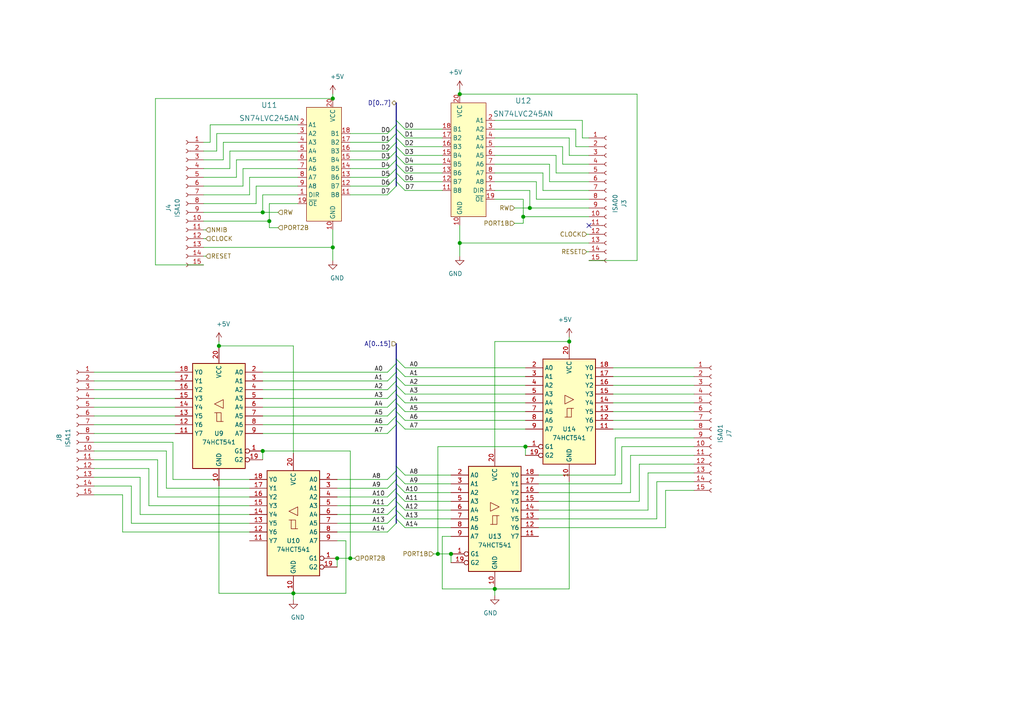
<source format=kicad_sch>
(kicad_sch (version 20201015) (generator eeschema)
  (page 1 4)
  (paper "A4")
  (lib_symbols
    (symbol "74xx:74HCT541"
      (property "Reference" "U" (at -7.62 16.51 0))
      (property "Value" "74HCT541" (at -7.62 -16.51 0))
      (symbol "74HCT541_1_1"
        (rectangle (start -7.62 15.24) (end 7.62 -15.24) (stroke (width 0.254)) (fill (type background)))
      )
      (symbol "74HCT541_1_0"
        (polyline (pts (xy -0.635 -1.6002) (xy -0.635 0.9398) (xy 0.635 0.9398)))
        (polyline (pts (xy -1.27 -1.6002) (xy 0.635 -1.6002) (xy 0.635 0.9398) (xy 1.27 0.9398)))
        (polyline (pts (xy 1.27 3.4798) (xy -1.27 4.7498) (xy -1.27 2.2098) (xy 1.27 3.4798)) (stroke (width 0.1524)))
        (pin input inverted (at -12.7 -10.16 0) (length 5.08) (name "G1") (number "1"))
        (pin power_in line (at 0 -20.32 90) (length 5.08) (name "GND") (number "10"))
        (pin tri_state line (at 12.7 -5.08 180) (length 5.08) (name "Y7") (number "11"))
        (pin tri_state line (at 12.7 -2.54 180) (length 5.08) (name "Y6") (number "12"))
        (pin tri_state line (at 12.7 0 180) (length 5.08) (name "Y5") (number "13"))
        (pin tri_state line (at 12.7 2.54 180) (length 5.08) (name "Y4") (number "14"))
        (pin tri_state line (at 12.7 5.08 180) (length 5.08) (name "Y3") (number "15"))
        (pin tri_state line (at 12.7 7.62 180) (length 5.08) (name "Y2") (number "16"))
        (pin tri_state line (at 12.7 10.16 180) (length 5.08) (name "Y1") (number "17"))
        (pin tri_state line (at 12.7 12.7 180) (length 5.08) (name "Y0") (number "18"))
        (pin input inverted (at -12.7 -12.7 0) (length 5.08) (name "G2") (number "19"))
        (pin input line (at -12.7 12.7 0) (length 5.08) (name "A0") (number "2"))
        (pin power_in line (at 0 20.32 270) (length 5.08) (name "VCC") (number "20"))
        (pin input line (at -12.7 10.16 0) (length 5.08) (name "A1") (number "3"))
        (pin input line (at -12.7 7.62 0) (length 5.08) (name "A2") (number "4"))
        (pin input line (at -12.7 5.08 0) (length 5.08) (name "A3") (number "5"))
        (pin input line (at -12.7 2.54 0) (length 5.08) (name "A4") (number "6"))
        (pin input line (at -12.7 0 0) (length 5.08) (name "A5") (number "7"))
        (pin input line (at -12.7 -2.54 0) (length 5.08) (name "A6") (number "8"))
        (pin input line (at -12.7 -5.08 0) (length 5.08) (name "A7") (number "9"))
      )
    )
    (symbol "Connector:Conn_01x15_Female" (pin_names hide)
      (property "Reference" "J" (at 0 20.32 0))
      (property "Value" "Conn_01x15_Female" (at 0 -20.32 0))
      (symbol "Conn_01x15_Female_1_1"
        (arc (start 0 -17.272) (end 0 -18.288) (radius (at 0 -17.78) (length 0.508) (angles 90.1 -90.1)) (stroke (width 0.1524)))
        (arc (start 0 -14.732) (end 0 -15.748) (radius (at 0 -15.24) (length 0.508) (angles 90.1 -90.1)) (stroke (width 0.1524)))
        (arc (start 0 -12.192) (end 0 -13.208) (radius (at 0 -12.7) (length 0.508) (angles 90.1 -90.1)) (stroke (width 0.1524)))
        (arc (start 0 -9.652) (end 0 -10.668) (radius (at 0 -10.16) (length 0.508) (angles 90.1 -90.1)) (stroke (width 0.1524)))
        (arc (start 0 -7.112) (end 0 -8.128) (radius (at 0 -7.62) (length 0.508) (angles 90.1 -90.1)) (stroke (width 0.1524)))
        (arc (start 0 -4.572) (end 0 -5.588) (radius (at 0 -5.08) (length 0.508) (angles 90.1 -90.1)) (stroke (width 0.1524)))
        (arc (start 0 -2.032) (end 0 -3.048) (radius (at 0 -2.54) (length 0.508) (angles 90.1 -90.1)) (stroke (width 0.1524)))
        (arc (start 0 0.508) (end 0 -0.508) (radius (at 0 0) (length 0.508) (angles 90.1 -90.1)) (stroke (width 0.1524)))
        (arc (start 0 3.048) (end 0 2.032) (radius (at 0 2.54) (length 0.508) (angles 90.1 -90.1)) (stroke (width 0.1524)))
        (arc (start 0 5.588) (end 0 4.572) (radius (at 0 5.08) (length 0.508) (angles 90.1 -90.1)) (stroke (width 0.1524)))
        (arc (start 0 8.128) (end 0 7.112) (radius (at 0 7.62) (length 0.508) (angles 90.1 -90.1)) (stroke (width 0.1524)))
        (arc (start 0 10.668) (end 0 9.652) (radius (at 0 10.16) (length 0.508) (angles 90.1 -90.1)) (stroke (width 0.1524)))
        (arc (start 0 13.208) (end 0 12.192) (radius (at 0 12.7) (length 0.508) (angles 90.1 -90.1)) (stroke (width 0.1524)))
        (arc (start 0 15.748) (end 0 14.732) (radius (at 0 15.24) (length 0.508) (angles 90.1 -90.1)) (stroke (width 0.1524)))
        (arc (start 0 18.288) (end 0 17.272) (radius (at 0 17.78) (length 0.508) (angles 90.1 -90.1)) (stroke (width 0.1524)))
        (polyline (pts (xy -1.27 -17.78) (xy -0.508 -17.78)) (stroke (width 0.1524)))
        (polyline (pts (xy -1.27 -15.24) (xy -0.508 -15.24)) (stroke (width 0.1524)))
        (polyline (pts (xy -1.27 -12.7) (xy -0.508 -12.7)) (stroke (width 0.1524)))
        (polyline (pts (xy -1.27 -10.16) (xy -0.508 -10.16)) (stroke (width 0.1524)))
        (polyline (pts (xy -1.27 -7.62) (xy -0.508 -7.62)) (stroke (width 0.1524)))
        (polyline (pts (xy -1.27 -5.08) (xy -0.508 -5.08)) (stroke (width 0.1524)))
        (polyline (pts (xy -1.27 -2.54) (xy -0.508 -2.54)) (stroke (width 0.1524)))
        (polyline (pts (xy -1.27 0) (xy -0.508 0)) (stroke (width 0.1524)))
        (polyline (pts (xy -1.27 2.54) (xy -0.508 2.54)) (stroke (width 0.1524)))
        (polyline (pts (xy -1.27 5.08) (xy -0.508 5.08)) (stroke (width 0.1524)))
        (polyline (pts (xy -1.27 7.62) (xy -0.508 7.62)) (stroke (width 0.1524)))
        (polyline (pts (xy -1.27 10.16) (xy -0.508 10.16)) (stroke (width 0.1524)))
        (polyline (pts (xy -1.27 12.7) (xy -0.508 12.7)) (stroke (width 0.1524)))
        (polyline (pts (xy -1.27 15.24) (xy -0.508 15.24)) (stroke (width 0.1524)))
        (polyline (pts (xy -1.27 17.78) (xy -0.508 17.78)) (stroke (width 0.1524)))
        (pin passive line (at -5.08 17.78 0) (length 3.81) (name "Pin_1") (number "1"))
        (pin passive line (at -5.08 -5.08 0) (length 3.81) (name "Pin_10") (number "10"))
        (pin passive line (at -5.08 -7.62 0) (length 3.81) (name "Pin_11") (number "11"))
        (pin passive line (at -5.08 -10.16 0) (length 3.81) (name "Pin_12") (number "12"))
        (pin passive line (at -5.08 -12.7 0) (length 3.81) (name "Pin_13") (number "13"))
        (pin passive line (at -5.08 -15.24 0) (length 3.81) (name "Pin_14") (number "14"))
        (pin passive line (at -5.08 -17.78 0) (length 3.81) (name "Pin_15") (number "15"))
        (pin passive line (at -5.08 15.24 0) (length 3.81) (name "Pin_2") (number "2"))
        (pin passive line (at -5.08 12.7 0) (length 3.81) (name "Pin_3") (number "3"))
        (pin passive line (at -5.08 10.16 0) (length 3.81) (name "Pin_4") (number "4"))
        (pin passive line (at -5.08 7.62 0) (length 3.81) (name "Pin_5") (number "5"))
        (pin passive line (at -5.08 5.08 0) (length 3.81) (name "Pin_6") (number "6"))
        (pin passive line (at -5.08 2.54 0) (length 3.81) (name "Pin_7") (number "7"))
        (pin passive line (at -5.08 0 0) (length 3.81) (name "Pin_8") (number "8"))
        (pin passive line (at -5.08 -2.54 0) (length 3.81) (name "Pin_9") (number "9"))
      )
    )
    (symbol "dk_Logic-Buffers-Drivers-Receivers-Transceivers:SN74LVC245AN"
      (property "Reference" "U" (at -6.35 6.35 0))
      (property "Value" "SN74LVC245AN" (at -2.54 -10.16 90))
      (symbol "SN74LVC245AN_0_1"
        (rectangle (start -7.62 5.08) (end 2.54 -27.94) (fill (type background)))
      )
      (symbol "SN74LVC245AN_1_1"
        (pin input line (at -10.16 -20.32 0) (length 2.54) (name "DIR") (number "1"))
        (pin bidirectional line (at -10.16 0 0) (length 2.54) (name "A1") (number "2"))
        (pin bidirectional line (at -10.16 -2.54 0) (length 2.54) (name "A2") (number "3"))
        (pin bidirectional line (at -10.16 -5.08 0) (length 2.54) (name "A3") (number "4"))
        (pin bidirectional line (at -10.16 -7.62 0) (length 2.54) (name "A4") (number "5"))
        (pin bidirectional line (at -10.16 -10.16 0) (length 2.54) (name "A5") (number "6"))
        (pin bidirectional line (at -10.16 -12.7 0) (length 2.54) (name "A6") (number "7"))
        (pin bidirectional line (at -10.16 -15.24 0) (length 2.54) (name "A7") (number "8"))
        (pin bidirectional line (at -10.16 -17.78 0) (length 2.54) (name "A8") (number "9"))
        (pin power_in line (at 0 -30.48 90) (length 2.54) (name "GND") (number "10"))
        (pin power_in line (at 0 7.62 270) (length 2.54) (name "VCC") (number "20"))
        (pin bidirectional line (at 5.08 -20.32 180) (length 2.54) (name "B8") (number "11"))
        (pin bidirectional line (at 5.08 -17.78 180) (length 2.54) (name "B7") (number "12"))
        (pin bidirectional line (at 5.08 -15.24 180) (length 2.54) (name "B6") (number "13"))
        (pin bidirectional line (at 5.08 -12.7 180) (length 2.54) (name "B5") (number "14"))
        (pin bidirectional line (at 5.08 -10.16 180) (length 2.54) (name "B4") (number "15"))
        (pin bidirectional line (at 5.08 -7.62 180) (length 2.54) (name "B3") (number "16"))
        (pin bidirectional line (at 5.08 -5.08 180) (length 2.54) (name "B2") (number "17"))
        (pin bidirectional line (at 5.08 -2.54 180) (length 2.54) (name "B1") (number "18"))
        (pin input line (at -10.16 -22.86 0) (length 2.54) (name "~OE") (number "19"))
      )
    )
    (symbol "power:+5V" (power) (pin_names (offset 0))
      (property "Value" "+5V" (at 0 3.556 0))
      (symbol "+5V_0_1"
        (polyline (pts (xy -0.762 1.27) (xy 0 2.54)))
        (polyline (pts (xy 0 0) (xy 0 2.54)))
        (polyline (pts (xy 0 2.54) (xy 0.762 1.27)))
      )
      (symbol "+5V_1_1"
        (pin power_in line (at 0 0 90) (length 0) hide (name "+5V") (number "1"))
      )
    )
    (symbol "power:GND" (power) (pin_names (offset 0))
      (property "Value" "GND" (at 0 -3.81 0))
      (symbol "GND_0_1"
        (polyline (pts (xy 0 0) (xy 0 -1.27) (xy 1.27 -1.27) (xy 0 -2.54) (xy -1.27 -1.27) (xy 0 -1.27)))
      )
      (symbol "GND_1_1"
        (pin power_in line (at 0 0 270) (length 0) hide (name "GND") (number "1"))
      )
    )
  )
  (junction (at 63.5 100.33) (diameter 1.016))
  (junction (at 76.2 61.595) (diameter 1.016))
  (junction (at 76.2 130.81) (diameter 1.016))
  (junction (at 78.105 64.135) (diameter 1.016))
  (junction (at 85.09 172.085) (diameter 1.016))
  (junction (at 96.52 28.575) (diameter 1.016))
  (junction (at 96.52 71.755) (diameter 1.016))
  (junction (at 97.79 161.925) (diameter 1.016))
  (junction (at 101.6 161.925) (diameter 1.016))
  (junction (at 127 160.655) (diameter 1.016))
  (junction (at 130.81 160.655) (diameter 1.016))
  (junction (at 133.35 27.305) (diameter 1.016))
  (junction (at 133.35 70.485) (diameter 1.016))
  (junction (at 143.51 170.815) (diameter 1.016))
  (junction (at 151.765 62.865) (diameter 1.016))
  (junction (at 152.4 129.54) (diameter 1.016))
  (junction (at 153.67 60.325) (diameter 1.016))
  (junction (at 165.1 99.06) (diameter 1.016))
  (no_connect (at 170.815 65.405))
  (bus_entry (at 114.935 34.925) (size 2.54 2.54) (stroke (width 0.1524)))
  (bus_entry (at 114.935 36.195) (size -2.54 2.54) (stroke (width 0.1524)))
  (bus_entry (at 114.935 37.465) (size 2.54 2.54) (stroke (width 0.1524)))
  (bus_entry (at 114.935 38.735) (size -2.54 2.54) (stroke (width 0.1524)))
  (bus_entry (at 114.935 40.005) (size 2.54 2.54) (stroke (width 0.1524)))
  (bus_entry (at 114.935 41.275) (size -2.54 2.54) (stroke (width 0.1524)))
  (bus_entry (at 114.935 42.545) (size 2.54 2.54) (stroke (width 0.1524)))
  (bus_entry (at 114.935 43.815) (size -2.54 2.54) (stroke (width 0.1524)))
  (bus_entry (at 114.935 45.085) (size 2.54 2.54) (stroke (width 0.1524)))
  (bus_entry (at 114.935 46.355) (size -2.54 2.54) (stroke (width 0.1524)))
  (bus_entry (at 114.935 47.625) (size 2.54 2.54) (stroke (width 0.1524)))
  (bus_entry (at 114.935 48.895) (size -2.54 2.54) (stroke (width 0.1524)))
  (bus_entry (at 114.935 50.165) (size 2.54 2.54) (stroke (width 0.1524)))
  (bus_entry (at 114.935 51.435) (size -2.54 2.54) (stroke (width 0.1524)))
  (bus_entry (at 114.935 52.705) (size 2.54 2.54) (stroke (width 0.1524)))
  (bus_entry (at 114.935 53.975) (size -2.54 2.54) (stroke (width 0.1524)))
  (bus_entry (at 114.935 104.14) (size 2.54 2.54) (stroke (width 0.1524)))
  (bus_entry (at 114.935 105.41) (size -2.54 2.54) (stroke (width 0.1524)))
  (bus_entry (at 114.935 106.68) (size 2.54 2.54) (stroke (width 0.1524)))
  (bus_entry (at 114.935 107.95) (size -2.54 2.54) (stroke (width 0.1524)))
  (bus_entry (at 114.935 109.22) (size 2.54 2.54) (stroke (width 0.1524)))
  (bus_entry (at 114.935 110.49) (size -2.54 2.54) (stroke (width 0.1524)))
  (bus_entry (at 114.935 111.76) (size 2.54 2.54) (stroke (width 0.1524)))
  (bus_entry (at 114.935 113.03) (size -2.54 2.54) (stroke (width 0.1524)))
  (bus_entry (at 114.935 114.3) (size 2.54 2.54) (stroke (width 0.1524)))
  (bus_entry (at 114.935 115.57) (size -2.54 2.54) (stroke (width 0.1524)))
  (bus_entry (at 114.935 116.84) (size 2.54 2.54) (stroke (width 0.1524)))
  (bus_entry (at 114.935 118.11) (size -2.54 2.54) (stroke (width 0.1524)))
  (bus_entry (at 114.935 119.38) (size 2.54 2.54) (stroke (width 0.1524)))
  (bus_entry (at 114.935 120.65) (size -2.54 2.54) (stroke (width 0.1524)))
  (bus_entry (at 114.935 121.92) (size 2.54 2.54) (stroke (width 0.1524)))
  (bus_entry (at 114.935 123.19) (size -2.54 2.54) (stroke (width 0.1524)))
  (bus_entry (at 114.935 135.255) (size 2.54 2.54) (stroke (width 0.1524)))
  (bus_entry (at 114.935 136.525) (size -2.54 2.54) (stroke (width 0.1524)))
  (bus_entry (at 114.935 137.795) (size 2.54 2.54) (stroke (width 0.1524)))
  (bus_entry (at 114.935 139.065) (size -2.54 2.54) (stroke (width 0.1524)))
  (bus_entry (at 114.935 140.335) (size 2.54 2.54) (stroke (width 0.1524)))
  (bus_entry (at 114.935 141.605) (size -2.54 2.54) (stroke (width 0.1524)))
  (bus_entry (at 114.935 142.875) (size 2.54 2.54) (stroke (width 0.1524)))
  (bus_entry (at 114.935 144.145) (size -2.54 2.54) (stroke (width 0.1524)))
  (bus_entry (at 114.935 145.415) (size 2.54 2.54) (stroke (width 0.1524)))
  (bus_entry (at 114.935 146.685) (size -2.54 2.54) (stroke (width 0.1524)))
  (bus_entry (at 114.935 147.955) (size 2.54 2.54) (stroke (width 0.1524)))
  (bus_entry (at 114.935 149.225) (size -2.54 2.54) (stroke (width 0.1524)))
  (bus_entry (at 114.935 150.495) (size 2.54 2.54) (stroke (width 0.1524)))
  (bus_entry (at 114.935 151.765) (size -2.54 2.54) (stroke (width 0.1524)))
  (wire (pts (xy 27.305 118.11) (xy 50.8 118.11)))
  (wire (pts (xy 27.305 120.65) (xy 50.8 120.65)))
  (wire (pts (xy 27.305 125.73) (xy 50.8 125.73)))
  (wire (pts (xy 27.305 128.27) (xy 50.165 128.27)))
  (wire (pts (xy 27.305 130.81) (xy 48.26 130.81)))
  (wire (pts (xy 27.305 133.35) (xy 45.72 133.35)))
  (wire (pts (xy 27.305 135.89) (xy 43.18 135.89)))
  (wire (pts (xy 27.305 138.43) (xy 40.64 138.43)))
  (wire (pts (xy 27.305 140.97) (xy 38.1 140.97)))
  (wire (pts (xy 27.305 143.51) (xy 35.56 143.51)))
  (wire (pts (xy 35.56 154.305) (xy 35.56 143.51)))
  (wire (pts (xy 38.1 151.765) (xy 38.1 140.97)))
  (wire (pts (xy 40.64 149.225) (xy 40.64 138.43)))
  (wire (pts (xy 40.64 149.225) (xy 72.39 149.225)))
  (wire (pts (xy 43.18 146.685) (xy 43.18 135.89)))
  (wire (pts (xy 45.085 28.575) (xy 45.085 76.835)))
  (wire (pts (xy 45.085 76.835) (xy 59.055 76.835)))
  (wire (pts (xy 45.72 144.145) (xy 45.72 133.35)))
  (wire (pts (xy 48.26 141.605) (xy 48.26 130.81)))
  (wire (pts (xy 50.165 139.065) (xy 50.165 128.27)))
  (wire (pts (xy 50.8 107.95) (xy 27.305 107.95)))
  (wire (pts (xy 50.8 110.49) (xy 27.305 110.49)))
  (wire (pts (xy 50.8 113.03) (xy 27.305 113.03)))
  (wire (pts (xy 50.8 115.57) (xy 27.305 115.57)))
  (wire (pts (xy 50.8 123.19) (xy 27.305 123.19)))
  (wire (pts (xy 59.055 41.275) (xy 60.96 41.275)))
  (wire (pts (xy 59.055 43.815) (xy 62.865 43.815)))
  (wire (pts (xy 59.055 46.355) (xy 64.77 46.355)))
  (wire (pts (xy 59.055 48.895) (xy 66.675 48.895)))
  (wire (pts (xy 59.055 56.515) (xy 72.39 56.515)))
  (wire (pts (xy 59.055 59.055) (xy 74.295 59.055)))
  (wire (pts (xy 59.055 61.595) (xy 76.2 61.595)))
  (wire (pts (xy 59.055 64.135) (xy 78.105 64.135)))
  (wire (pts (xy 59.055 66.675) (xy 59.69 66.675)))
  (wire (pts (xy 59.055 69.215) (xy 59.69 69.215)))
  (wire (pts (xy 59.055 71.755) (xy 96.52 71.755)))
  (wire (pts (xy 59.055 74.295) (xy 59.69 74.295)))
  (wire (pts (xy 60.96 36.195) (xy 86.36 36.195)))
  (wire (pts (xy 60.96 41.275) (xy 60.96 36.195)))
  (wire (pts (xy 62.865 38.735) (xy 86.36 38.735)))
  (wire (pts (xy 62.865 43.815) (xy 62.865 38.735)))
  (wire (pts (xy 63.5 99.06) (xy 63.5 100.33)))
  (wire (pts (xy 63.5 100.33) (xy 85.09 100.33)))
  (wire (pts (xy 63.5 140.97) (xy 63.5 172.085)))
  (wire (pts (xy 64.77 41.275) (xy 86.36 41.275)))
  (wire (pts (xy 64.77 46.355) (xy 64.77 41.275)))
  (wire (pts (xy 66.675 43.815) (xy 86.36 43.815)))
  (wire (pts (xy 66.675 48.895) (xy 66.675 43.815)))
  (wire (pts (xy 68.58 46.355) (xy 68.58 51.435)))
  (wire (pts (xy 68.58 51.435) (xy 59.055 51.435)))
  (wire (pts (xy 70.485 48.895) (xy 70.485 53.975)))
  (wire (pts (xy 70.485 53.975) (xy 59.055 53.975)))
  (wire (pts (xy 72.39 51.435) (xy 86.36 51.435)))
  (wire (pts (xy 72.39 56.515) (xy 72.39 51.435)))
  (wire (pts (xy 72.39 139.065) (xy 50.165 139.065)))
  (wire (pts (xy 72.39 141.605) (xy 48.26 141.605)))
  (wire (pts (xy 72.39 144.145) (xy 45.72 144.145)))
  (wire (pts (xy 72.39 146.685) (xy 43.18 146.685)))
  (wire (pts (xy 72.39 151.765) (xy 38.1 151.765)))
  (wire (pts (xy 72.39 154.305) (xy 35.56 154.305)))
  (wire (pts (xy 74.295 53.975) (xy 86.36 53.975)))
  (wire (pts (xy 74.295 59.055) (xy 74.295 53.975)))
  (wire (pts (xy 76.2 56.515) (xy 86.36 56.515)))
  (wire (pts (xy 76.2 61.595) (xy 76.2 56.515)))
  (wire (pts (xy 76.2 61.595) (xy 80.645 61.595)))
  (wire (pts (xy 76.2 107.95) (xy 112.395 107.95)))
  (wire (pts (xy 76.2 110.49) (xy 112.395 110.49)))
  (wire (pts (xy 76.2 113.03) (xy 112.395 113.03)))
  (wire (pts (xy 76.2 115.57) (xy 112.395 115.57)))
  (wire (pts (xy 76.2 118.11) (xy 112.395 118.11)))
  (wire (pts (xy 76.2 120.65) (xy 112.395 120.65)))
  (wire (pts (xy 76.2 123.19) (xy 112.395 123.19)))
  (wire (pts (xy 76.2 125.73) (xy 112.395 125.73)))
  (wire (pts (xy 76.2 130.81) (xy 76.2 133.35)))
  (wire (pts (xy 76.2 130.81) (xy 101.6 130.81)))
  (wire (pts (xy 78.105 59.055) (xy 86.36 59.055)))
  (wire (pts (xy 78.105 64.135) (xy 78.105 59.055)))
  (wire (pts (xy 78.105 66.04) (xy 78.105 64.135)))
  (wire (pts (xy 80.645 66.04) (xy 78.105 66.04)))
  (wire (pts (xy 85.09 100.33) (xy 85.09 131.445)))
  (wire (pts (xy 85.09 172.085) (xy 63.5 172.085)))
  (wire (pts (xy 85.09 172.085) (xy 85.09 173.99)))
  (wire (pts (xy 86.36 46.355) (xy 68.58 46.355)))
  (wire (pts (xy 86.36 48.895) (xy 70.485 48.895)))
  (wire (pts (xy 96.52 27.305) (xy 96.52 28.575)))
  (wire (pts (xy 96.52 28.575) (xy 45.085 28.575)))
  (wire (pts (xy 96.52 66.675) (xy 96.52 71.755)))
  (wire (pts (xy 96.52 71.755) (xy 96.52 75.565)))
  (wire (pts (xy 97.79 139.065) (xy 112.395 139.065)))
  (wire (pts (xy 97.79 141.605) (xy 112.395 141.605)))
  (wire (pts (xy 97.79 144.145) (xy 112.395 144.145)))
  (wire (pts (xy 97.79 146.685) (xy 112.395 146.685)))
  (wire (pts (xy 97.79 149.225) (xy 112.395 149.225)))
  (wire (pts (xy 97.79 151.765) (xy 112.395 151.765)))
  (wire (pts (xy 97.79 154.305) (xy 112.395 154.305)))
  (wire (pts (xy 97.79 156.845) (xy 100.33 156.845)))
  (wire (pts (xy 97.79 161.925) (xy 97.79 164.465)))
  (wire (pts (xy 100.33 156.845) (xy 100.33 172.085)))
  (wire (pts (xy 100.33 172.085) (xy 85.09 172.085)))
  (wire (pts (xy 101.6 38.735) (xy 112.395 38.735)))
  (wire (pts (xy 101.6 41.275) (xy 112.395 41.275)))
  (wire (pts (xy 101.6 43.815) (xy 112.395 43.815)))
  (wire (pts (xy 101.6 46.355) (xy 112.395 46.355)))
  (wire (pts (xy 101.6 48.895) (xy 112.395 48.895)))
  (wire (pts (xy 101.6 51.435) (xy 112.395 51.435)))
  (wire (pts (xy 101.6 53.975) (xy 112.395 53.975)))
  (wire (pts (xy 101.6 56.515) (xy 112.395 56.515)))
  (wire (pts (xy 101.6 130.81) (xy 101.6 161.925)))
  (wire (pts (xy 101.6 161.925) (xy 97.79 161.925)))
  (wire (pts (xy 101.6 161.925) (xy 102.87 161.925)))
  (wire (pts (xy 117.475 106.68) (xy 152.4 106.68)))
  (wire (pts (xy 117.475 109.22) (xy 152.4 109.22)))
  (wire (pts (xy 117.475 111.76) (xy 152.4 111.76)))
  (wire (pts (xy 117.475 114.3) (xy 152.4 114.3)))
  (wire (pts (xy 117.475 116.84) (xy 152.4 116.84)))
  (wire (pts (xy 117.475 119.38) (xy 152.4 119.38)))
  (wire (pts (xy 117.475 121.92) (xy 152.4 121.92)))
  (wire (pts (xy 117.475 124.46) (xy 152.4 124.46)))
  (wire (pts (xy 117.475 137.795) (xy 130.81 137.795)))
  (wire (pts (xy 117.475 140.335) (xy 130.81 140.335)))
  (wire (pts (xy 117.475 142.875) (xy 130.81 142.875)))
  (wire (pts (xy 117.475 145.415) (xy 130.81 145.415)))
  (wire (pts (xy 117.475 147.955) (xy 130.81 147.955)))
  (wire (pts (xy 117.475 150.495) (xy 130.81 150.495)))
  (wire (pts (xy 117.475 153.035) (xy 130.81 153.035)))
  (wire (pts (xy 127 129.54) (xy 127 160.655)))
  (wire (pts (xy 127 160.655) (xy 125.73 160.655)))
  (wire (pts (xy 127 160.655) (xy 130.81 160.655)))
  (wire (pts (xy 128.27 37.465) (xy 117.475 37.465)))
  (wire (pts (xy 128.27 40.005) (xy 117.475 40.005)))
  (wire (pts (xy 128.27 42.545) (xy 117.475 42.545)))
  (wire (pts (xy 128.27 45.085) (xy 117.475 45.085)))
  (wire (pts (xy 128.27 47.625) (xy 117.475 47.625)))
  (wire (pts (xy 128.27 50.165) (xy 117.475 50.165)))
  (wire (pts (xy 128.27 52.705) (xy 117.475 52.705)))
  (wire (pts (xy 128.27 55.245) (xy 117.475 55.245)))
  (wire (pts (xy 128.27 155.575) (xy 128.27 170.815)))
  (wire (pts (xy 128.27 170.815) (xy 143.51 170.815)))
  (wire (pts (xy 130.81 155.575) (xy 128.27 155.575)))
  (wire (pts (xy 130.81 160.655) (xy 130.81 163.195)))
  (wire (pts (xy 133.35 26.035) (xy 133.35 27.305)))
  (wire (pts (xy 133.35 27.305) (xy 184.785 27.305)))
  (wire (pts (xy 133.35 65.405) (xy 133.35 70.485)))
  (wire (pts (xy 133.35 70.485) (xy 133.35 74.295)))
  (wire (pts (xy 143.51 45.085) (xy 161.29 45.085)))
  (wire (pts (xy 143.51 47.625) (xy 159.385 47.625)))
  (wire (pts (xy 143.51 99.06) (xy 143.51 130.175)))
  (wire (pts (xy 143.51 170.815) (xy 143.51 172.72)))
  (wire (pts (xy 143.51 170.815) (xy 165.1 170.815)))
  (wire (pts (xy 149.225 64.77) (xy 151.765 64.77)))
  (wire (pts (xy 151.765 57.785) (xy 143.51 57.785)))
  (wire (pts (xy 151.765 62.865) (xy 151.765 57.785)))
  (wire (pts (xy 151.765 64.77) (xy 151.765 62.865)))
  (wire (pts (xy 152.4 129.54) (xy 127 129.54)))
  (wire (pts (xy 152.4 129.54) (xy 152.4 132.08)))
  (wire (pts (xy 153.67 55.245) (xy 143.51 55.245)))
  (wire (pts (xy 153.67 60.325) (xy 149.225 60.325)))
  (wire (pts (xy 153.67 60.325) (xy 153.67 55.245)))
  (wire (pts (xy 155.575 52.705) (xy 143.51 52.705)))
  (wire (pts (xy 155.575 57.785) (xy 155.575 52.705)))
  (wire (pts (xy 156.21 137.795) (xy 178.435 137.795)))
  (wire (pts (xy 156.21 140.335) (xy 180.34 140.335)))
  (wire (pts (xy 156.21 142.875) (xy 182.88 142.875)))
  (wire (pts (xy 156.21 145.415) (xy 185.42 145.415)))
  (wire (pts (xy 156.21 150.495) (xy 190.5 150.495)))
  (wire (pts (xy 156.21 153.035) (xy 193.04 153.035)))
  (wire (pts (xy 157.48 50.165) (xy 143.51 50.165)))
  (wire (pts (xy 157.48 55.245) (xy 157.48 50.165)))
  (wire (pts (xy 159.385 47.625) (xy 159.385 52.705)))
  (wire (pts (xy 159.385 52.705) (xy 170.815 52.705)))
  (wire (pts (xy 161.29 45.085) (xy 161.29 50.165)))
  (wire (pts (xy 161.29 50.165) (xy 170.815 50.165)))
  (wire (pts (xy 163.195 42.545) (xy 143.51 42.545)))
  (wire (pts (xy 163.195 47.625) (xy 163.195 42.545)))
  (wire (pts (xy 165.1 40.005) (xy 143.51 40.005)))
  (wire (pts (xy 165.1 45.085) (xy 165.1 40.005)))
  (wire (pts (xy 165.1 97.79) (xy 165.1 99.06)))
  (wire (pts (xy 165.1 99.06) (xy 143.51 99.06)))
  (wire (pts (xy 165.1 139.7) (xy 165.1 170.815)))
  (wire (pts (xy 167.005 37.465) (xy 143.51 37.465)))
  (wire (pts (xy 167.005 42.545) (xy 167.005 37.465)))
  (wire (pts (xy 168.91 34.925) (xy 143.51 34.925)))
  (wire (pts (xy 168.91 40.005) (xy 168.91 34.925)))
  (wire (pts (xy 170.815 40.005) (xy 168.91 40.005)))
  (wire (pts (xy 170.815 42.545) (xy 167.005 42.545)))
  (wire (pts (xy 170.815 45.085) (xy 165.1 45.085)))
  (wire (pts (xy 170.815 47.625) (xy 163.195 47.625)))
  (wire (pts (xy 170.815 55.245) (xy 157.48 55.245)))
  (wire (pts (xy 170.815 57.785) (xy 155.575 57.785)))
  (wire (pts (xy 170.815 60.325) (xy 153.67 60.325)))
  (wire (pts (xy 170.815 62.865) (xy 151.765 62.865)))
  (wire (pts (xy 170.815 67.945) (xy 170.18 67.945)))
  (wire (pts (xy 170.815 70.485) (xy 133.35 70.485)))
  (wire (pts (xy 170.815 73.025) (xy 170.18 73.025)))
  (wire (pts (xy 177.8 106.68) (xy 201.295 106.68)))
  (wire (pts (xy 177.8 109.22) (xy 201.295 109.22)))
  (wire (pts (xy 177.8 111.76) (xy 201.295 111.76)))
  (wire (pts (xy 177.8 114.3) (xy 201.295 114.3)))
  (wire (pts (xy 177.8 116.84) (xy 201.295 116.84)))
  (wire (pts (xy 177.8 119.38) (xy 201.295 119.38)))
  (wire (pts (xy 177.8 121.92) (xy 201.295 121.92)))
  (wire (pts (xy 177.8 124.46) (xy 201.295 124.46)))
  (wire (pts (xy 178.435 127) (xy 201.295 127)))
  (wire (pts (xy 178.435 137.795) (xy 178.435 127)))
  (wire (pts (xy 180.34 129.54) (xy 201.295 129.54)))
  (wire (pts (xy 180.34 140.335) (xy 180.34 129.54)))
  (wire (pts (xy 182.88 132.08) (xy 201.295 132.08)))
  (wire (pts (xy 182.88 142.875) (xy 182.88 132.08)))
  (wire (pts (xy 184.785 27.305) (xy 184.785 75.565)))
  (wire (pts (xy 184.785 75.565) (xy 170.815 75.565)))
  (wire (pts (xy 185.42 134.62) (xy 201.295 134.62)))
  (wire (pts (xy 185.42 145.415) (xy 185.42 134.62)))
  (wire (pts (xy 187.96 137.16) (xy 201.295 137.16)))
  (wire (pts (xy 187.96 147.955) (xy 156.21 147.955)))
  (wire (pts (xy 187.96 147.955) (xy 187.96 137.16)))
  (wire (pts (xy 190.5 139.7) (xy 201.295 139.7)))
  (wire (pts (xy 190.5 150.495) (xy 190.5 139.7)))
  (wire (pts (xy 193.04 142.24) (xy 201.295 142.24)))
  (wire (pts (xy 193.04 153.035) (xy 193.04 142.24)))
  (bus (pts (xy 114.935 29.845) (xy 114.935 34.925)))
  (bus (pts (xy 114.935 34.925) (xy 114.935 36.195)))
  (bus (pts (xy 114.935 36.195) (xy 114.935 37.465)))
  (bus (pts (xy 114.935 37.465) (xy 114.935 38.735)))
  (bus (pts (xy 114.935 38.735) (xy 114.935 40.005)))
  (bus (pts (xy 114.935 40.005) (xy 114.935 41.275)))
  (bus (pts (xy 114.935 41.275) (xy 114.935 42.545)))
  (bus (pts (xy 114.935 42.545) (xy 114.935 43.815)))
  (bus (pts (xy 114.935 43.815) (xy 114.935 45.085)))
  (bus (pts (xy 114.935 45.085) (xy 114.935 46.355)))
  (bus (pts (xy 114.935 46.355) (xy 114.935 47.625)))
  (bus (pts (xy 114.935 47.625) (xy 114.935 48.895)))
  (bus (pts (xy 114.935 48.895) (xy 114.935 50.165)))
  (bus (pts (xy 114.935 50.165) (xy 114.935 51.435)))
  (bus (pts (xy 114.935 51.435) (xy 114.935 52.705)))
  (bus (pts (xy 114.935 52.705) (xy 114.935 53.975)))
  (bus (pts (xy 114.935 99.695) (xy 114.935 104.14)))
  (bus (pts (xy 114.935 104.14) (xy 114.935 105.41)))
  (bus (pts (xy 114.935 105.41) (xy 114.935 106.68)))
  (bus (pts (xy 114.935 106.68) (xy 114.935 107.95)))
  (bus (pts (xy 114.935 107.95) (xy 114.935 109.22)))
  (bus (pts (xy 114.935 109.22) (xy 114.935 110.49)))
  (bus (pts (xy 114.935 110.49) (xy 114.935 111.76)))
  (bus (pts (xy 114.935 111.76) (xy 114.935 113.03)))
  (bus (pts (xy 114.935 113.03) (xy 114.935 114.3)))
  (bus (pts (xy 114.935 114.3) (xy 114.935 115.57)))
  (bus (pts (xy 114.935 115.57) (xy 114.935 116.84)))
  (bus (pts (xy 114.935 116.84) (xy 114.935 118.11)))
  (bus (pts (xy 114.935 118.11) (xy 114.935 119.38)))
  (bus (pts (xy 114.935 119.38) (xy 114.935 120.65)))
  (bus (pts (xy 114.935 120.65) (xy 114.935 121.92)))
  (bus (pts (xy 114.935 121.92) (xy 114.935 123.19)))
  (bus (pts (xy 114.935 123.19) (xy 114.935 135.255)))
  (bus (pts (xy 114.935 135.255) (xy 114.935 136.525)))
  (bus (pts (xy 114.935 136.525) (xy 114.935 137.795)))
  (bus (pts (xy 114.935 137.795) (xy 114.935 139.065)))
  (bus (pts (xy 114.935 139.065) (xy 114.935 140.335)))
  (bus (pts (xy 114.935 140.335) (xy 114.935 141.605)))
  (bus (pts (xy 114.935 141.605) (xy 114.935 142.875)))
  (bus (pts (xy 114.935 142.875) (xy 114.935 144.145)))
  (bus (pts (xy 114.935 144.145) (xy 114.935 145.415)))
  (bus (pts (xy 114.935 145.415) (xy 114.935 146.685)))
  (bus (pts (xy 114.935 146.685) (xy 114.935 147.955)))
  (bus (pts (xy 114.935 147.955) (xy 114.935 149.225)))
  (bus (pts (xy 114.935 149.225) (xy 114.935 150.495)))
  (bus (pts (xy 114.935 150.495) (xy 114.935 151.765)))
  (label "A8" (at 107.95 139.065 0))
  (label "A9" (at 107.95 141.605 0))
  (label "A10" (at 107.95 144.145 0))
  (label "A11" (at 107.95 146.685 0))
  (label "A12" (at 107.95 149.225 0))
  (label "A13" (at 107.95 151.765 0))
  (label "A14" (at 107.95 154.305 0))
  (label "A0" (at 108.585 107.95 0))
  (label "A1" (at 108.585 110.49 0))
  (label "A2" (at 108.585 113.03 0))
  (label "A3" (at 108.585 115.57 0))
  (label "A4" (at 108.585 118.11 0))
  (label "A5" (at 108.585 120.65 0))
  (label "A6" (at 108.585 123.19 0))
  (label "A7" (at 108.585 125.73 0))
  (label "D0" (at 110.49 38.735 0))
  (label "D1" (at 110.49 41.275 0))
  (label "D2" (at 110.49 43.815 0))
  (label "D3" (at 110.49 46.355 0))
  (label "D4" (at 110.49 48.895 0))
  (label "D5" (at 110.49 51.435 0))
  (label "D6" (at 110.49 53.975 0))
  (label "D7" (at 110.49 56.515 0))
  (label "D7" (at 117.475 55.245 0))
  (label "D0" (at 120.015 37.465 180))
  (label "D1" (at 120.015 40.005 180))
  (label "D2" (at 120.015 42.545 180))
  (label "D3" (at 120.015 45.085 180))
  (label "D4" (at 120.015 47.625 180))
  (label "D5" (at 120.015 50.165 180))
  (label "D6" (at 120.015 52.705 180))
  (label "A0" (at 121.285 106.68 180))
  (label "A1" (at 121.285 109.22 180))
  (label "A2" (at 121.285 111.76 180))
  (label "A3" (at 121.285 114.3 180))
  (label "A4" (at 121.285 116.84 180))
  (label "A5" (at 121.285 119.38 180))
  (label "A6" (at 121.285 121.92 180))
  (label "A7" (at 121.285 124.46 180))
  (label "A8" (at 121.285 137.795 180))
  (label "A9" (at 121.285 140.335 180))
  (label "A10" (at 121.285 142.875 180))
  (label "A11" (at 121.285 145.415 180))
  (label "A12" (at 121.285 147.955 180))
  (label "A13" (at 121.285 150.495 180))
  (label "A14" (at 121.285 153.035 180))
  (hierarchical_label "NMIB" (shape input) (at 59.69 66.675 0))
  (hierarchical_label "CLOCK" (shape input) (at 59.69 69.215 0))
  (hierarchical_label "RESET" (shape input) (at 59.69 74.295 0))
  (hierarchical_label "RW" (shape input) (at 80.645 61.595 0))
  (hierarchical_label "PORT2B" (shape input) (at 80.645 66.04 0))
  (hierarchical_label "PORT2B" (shape input) (at 102.87 161.925 0))
  (hierarchical_label "D[0..7]" (shape bidirectional) (at 114.935 29.845 180))
  (hierarchical_label "A[0..15]" (shape input) (at 114.935 99.695 180))
  (hierarchical_label "PORT1B" (shape input) (at 125.73 160.655 180))
  (hierarchical_label "RW" (shape input) (at 149.225 60.325 180))
  (hierarchical_label "PORT1B" (shape input) (at 149.225 64.77 180))
  (hierarchical_label "CLOCK" (shape input) (at 170.18 67.945 180))
  (hierarchical_label "RESET" (shape input) (at 170.18 73.025 180))
  (symbol (lib_id "power:+5V") (at 63.5 99.06 0) (unit 1)
    (property "Reference" "#PWR0126" (effects hide))
    (property "Value" "+5V" (at 64.77 93.98 0))
  )
  (symbol (lib_id "power:+5V") (at 96.52 27.305 0) (unit 1)
    (property "Reference" "#PWR0127" (effects hide))
    (property "Value" "+5V" (at 97.79 22.225 0))
  )
  (symbol (lib_id "power:+5V") (at 133.35 26.035 0) (mirror y) (unit 1)
    (property "Reference" "#PWR0128" (effects hide))
    (property "Value" "+5V" (at 132.08 20.955 0))
  )
  (symbol (lib_id "power:+5V") (at 165.1 97.79 0) (mirror y) (unit 1)
    (property "Reference" "#PWR0132" (effects hide))
    (property "Value" "+5V" (at 163.83 92.71 0))
  )
  (symbol (lib_id "power:GND") (at 85.09 173.99 0) (unit 1)
    (property "Reference" "#PWR0130" (effects hide))
    (property "Value" "GND" (at 86.36 179.07 0))
  )
  (symbol (lib_id "power:GND") (at 96.52 75.565 0) (unit 1)
    (property "Reference" "#PWR0125" (effects hide))
    (property "Value" "GND" (at 97.79 80.645 0))
  )
  (symbol (lib_id "power:GND") (at 133.35 74.295 0) (mirror y) (unit 1)
    (property "Reference" "#PWR0129" (effects hide))
    (property "Value" "GND" (at 132.08 79.375 0))
  )
  (symbol (lib_id "power:GND") (at 143.51 172.72 0) (mirror y) (unit 1)
    (property "Reference" "#PWR0131" (effects hide))
    (property "Value" "GND" (at 142.24 177.8 0))
  )
  (symbol (lib_id "Connector:Conn_01x15_Female") (at 22.225 125.73 0) (mirror y) (unit 1)
    (property "Reference" "J8" (at 17.145 127 90))
    (property "Value" "ISA11" (at 19.685 127 90))
    (property "Footprint" "Connector_PinSocket_2.54mm:PinSocket_1x15_P2.54mm_Vertical" (effects hide))
  )
  (symbol (lib_id "Connector:Conn_01x15_Female") (at 53.975 59.055 0) (mirror y) (unit 1)
    (property "Reference" "J4" (at 48.895 60.325 90))
    (property "Value" "ISA10" (at 51.435 60.325 90))
    (property "Footprint" "Connector_PinSocket_2.54mm:PinSocket_1x15_P2.54mm_Vertical" (effects hide))
  )
  (symbol (lib_id "Connector:Conn_01x15_Female") (at 175.895 57.785 0) (unit 1)
    (property "Reference" "J3" (at 180.975 59.055 90))
    (property "Value" "ISA00" (at 178.435 59.055 90))
    (property "Footprint" "Connector_PinSocket_2.54mm:PinSocket_1x15_P2.54mm_Vertical" (effects hide))
  )
  (symbol (lib_id "Connector:Conn_01x15_Female") (at 206.375 124.46 0) (unit 1)
    (property "Reference" "J7" (at 211.455 125.73 90))
    (property "Value" "ISA01" (at 208.915 125.73 90))
    (property "Footprint" "Connector_PinSocket_2.54mm:PinSocket_1x15_P2.54mm_Vertical" (effects hide))
  )
  (symbol (lib_id "dk_Logic-Buffers-Drivers-Receivers-Transceivers:SN74LVC245AN") (at 96.52 36.195 0) (unit 1)
    (property "Reference" "U11" (at 78.105 30.48 0) (effects (font (size 1.524 1.524))))
    (property "Value" "SN74LVC245AN" (at 78.105 34.29 0) (effects (font (size 1.524 1.524))))
    (property "Footprint" "Package_DIP:DIP-20_W7.62mm" (effects hide))
    (property "Datasheet" "http://www.ti.com/general/docs/suppproductinfo.tsp?distId=10&gotoUrl=http%3A%2F%2Fwww.ti.com%2Flit%2Fgpn%2Fsn74lvc245a" (effects hide))
    (property "Digi-Key_PN" "296-8503-5-ND" (effects hide))
    (property "MPN" "SN74LVC245AN" (effects hide))
    (property "Category" "Integrated Circuits (ICs)" (effects hide))
    (property "Family" "Logic - Buffers, Drivers, Receivers, Transceivers" (effects hide))
    (property "DK_Datasheet_Link" "http://www.ti.com/general/docs/suppproductinfo.tsp?distId=10&gotoUrl=http%3A%2F%2Fwww.ti.com%2Flit%2Fgpn%2Fsn74lvc245a" (effects hide))
    (property "DK_Detail_Page" "/product-detail/en/texas-instruments/SN74LVC245AN/296-8503-5-ND/377483" (effects hide))
    (property "Description" "IC TXRX NON-INVERT 3.6V 20DIP" (effects hide))
    (property "Manufacturer" "Texas Instruments" (effects hide))
    (property "Status" "Active" (effects hide))
  )
  (symbol (lib_id "dk_Logic-Buffers-Drivers-Receivers-Transceivers:SN74LVC245AN") (at 133.35 34.925 0) (mirror y) (unit 1)
    (property "Reference" "U12" (at 151.765 29.21 0) (effects (font (size 1.524 1.524))))
    (property "Value" "SN74LVC245AN" (at 151.765 33.02 0) (effects (font (size 1.524 1.524))))
    (property "Footprint" "Package_DIP:DIP-20_W7.62mm" (effects hide))
    (property "Datasheet" "http://www.ti.com/general/docs/suppproductinfo.tsp?distId=10&gotoUrl=http%3A%2F%2Fwww.ti.com%2Flit%2Fgpn%2Fsn74lvc245a" (effects hide))
    (property "Digi-Key_PN" "296-8503-5-ND" (effects hide))
    (property "MPN" "SN74LVC245AN" (effects hide))
    (property "Category" "Integrated Circuits (ICs)" (effects hide))
    (property "Family" "Logic - Buffers, Drivers, Receivers, Transceivers" (effects hide))
    (property "DK_Datasheet_Link" "http://www.ti.com/general/docs/suppproductinfo.tsp?distId=10&gotoUrl=http%3A%2F%2Fwww.ti.com%2Flit%2Fgpn%2Fsn74lvc245a" (effects hide))
    (property "DK_Detail_Page" "/product-detail/en/texas-instruments/SN74LVC245AN/296-8503-5-ND/377483" (effects hide))
    (property "Description" "IC TXRX NON-INVERT 3.6V 20DIP" (effects hide))
    (property "Manufacturer" "Texas Instruments" (effects hide))
    (property "Status" "Active" (effects hide))
  )
  (symbol (lib_id "74xx:74HCT541") (at 63.5 120.65 0) (mirror y) (unit 1)
    (property "Reference" "U9" (at 63.5 125.73 0))
    (property "Value" "74HCT541" (at 63.5 128.27 0))
    (property "Footprint" "Package_DIP:DIP-20_W7.62mm" (effects hide))
    (property "Datasheet" "http://www.ti.com/lit/gpn/sn74HCT541" (effects hide))
  )
  (symbol (lib_id "74xx:74HCT541") (at 85.09 151.765 0) (mirror y) (unit 1)
    (property "Reference" "U10" (at 85.09 156.845 0))
    (property "Value" "74HCT541" (at 85.09 159.385 0))
    (property "Footprint" "Package_DIP:DIP-20_W7.62mm" (effects hide))
    (property "Datasheet" "http://www.ti.com/lit/gpn/sn74HCT541" (effects hide))
  )
  (symbol (lib_id "74xx:74HCT541") (at 143.51 150.495 0) (unit 1)
    (property "Reference" "U13" (at 143.51 155.575 0))
    (property "Value" "74HCT541" (at 143.51 158.115 0))
    (property "Footprint" "Package_DIP:DIP-20_W7.62mm" (effects hide))
    (property "Datasheet" "http://www.ti.com/lit/gpn/sn74HCT541" (effects hide))
  )
  (symbol (lib_id "74xx:74HCT541") (at 165.1 119.38 0) (unit 1)
    (property "Reference" "U14" (at 165.1 124.46 0))
    (property "Value" "74HCT541" (at 165.1 127 0))
    (property "Footprint" "Package_DIP:DIP-20_W7.62mm" (effects hide))
    (property "Datasheet" "http://www.ti.com/lit/gpn/sn74HCT541" (effects hide))
  )
)
</source>
